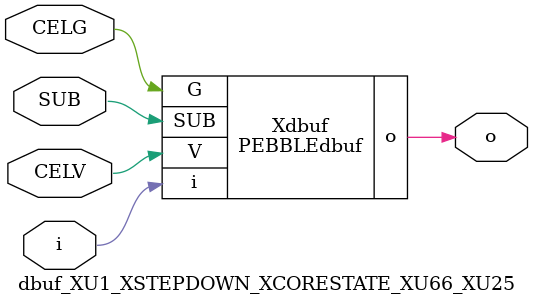
<source format=v>



module PEBBLEdbuf ( o, G, SUB, V, i );

  input V;
  input i;
  input G;
  output o;
  input SUB;
endmodule

//Celera Confidential Do Not Copy dbuf_XU1_XSTEPDOWN_XCORESTATE_XU66_XU25
//Celera Confidential Symbol Generator
//Digital Buffer
module dbuf_XU1_XSTEPDOWN_XCORESTATE_XU66_XU25 (CELV,CELG,i,o,SUB);
input CELV;
input CELG;
input i;
input SUB;
output o;

//Celera Confidential Do Not Copy dbuf
PEBBLEdbuf Xdbuf(
.V (CELV),
.i (i),
.o (o),
.SUB (SUB),
.G (CELG)
);
//,diesize,PEBBLEdbuf

//Celera Confidential Do Not Copy Module End
//Celera Schematic Generator
endmodule

</source>
